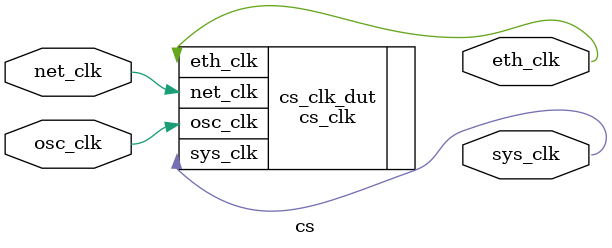
<source format=v>
module cs(
    // CLK
    input osc_clk,
    input net_clk,

    output sys_clk,
    output eth_clk
);


cs_clk
cs_clk_dut(
    .osc_clk(osc_clk),
    .net_clk(net_clk),

    .sys_clk(sys_clk),
    .eth_clk(eth_clk)
);

endmodule
</source>
